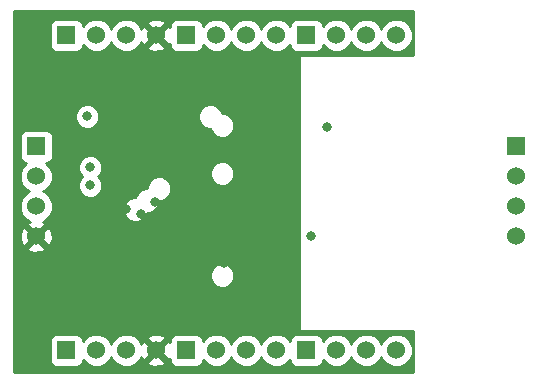
<source format=gbr>
G04 #@! TF.FileFunction,Copper,L3,Inr,Plane*
%FSLAX46Y46*%
G04 Gerber Fmt 4.6, Leading zero omitted, Abs format (unit mm)*
G04 Created by KiCad (PCBNEW (2015-01-16 BZR 5376)-product) date 25/06/2015 00:14:29*
%MOMM*%
G01*
G04 APERTURE LIST*
%ADD10C,0.150000*%
%ADD11R,1.524000X1.524000*%
%ADD12C,1.524000*%
%ADD13C,0.800100*%
%ADD14C,0.254000*%
G04 APERTURE END LIST*
D10*
D11*
X127000000Y-55118000D03*
D12*
X127000000Y-57658000D03*
X127000000Y-60198000D03*
X127000000Y-62738000D03*
D11*
X109220000Y-45720000D03*
D12*
X111760000Y-45720000D03*
X114300000Y-45720000D03*
X116840000Y-45720000D03*
D11*
X99060000Y-45720000D03*
D12*
X101600000Y-45720000D03*
X104140000Y-45720000D03*
X106680000Y-45720000D03*
D11*
X88900000Y-45720000D03*
D12*
X91440000Y-45720000D03*
X93980000Y-45720000D03*
X96520000Y-45720000D03*
D11*
X109220000Y-72390000D03*
D12*
X111760000Y-72390000D03*
X114300000Y-72390000D03*
X116840000Y-72390000D03*
D11*
X99060000Y-72390000D03*
D12*
X101600000Y-72390000D03*
X104140000Y-72390000D03*
X106680000Y-72390000D03*
D11*
X88900000Y-72390000D03*
D12*
X91440000Y-72390000D03*
X93980000Y-72390000D03*
X96520000Y-72390000D03*
D11*
X86360000Y-55118000D03*
D12*
X86360000Y-57658000D03*
X86360000Y-60198000D03*
X86360000Y-62738000D03*
D13*
X105029000Y-62484000D03*
X93980000Y-60452000D03*
X90932000Y-58420000D03*
X90932000Y-56896000D03*
X110998000Y-53467000D03*
X102235000Y-65024000D03*
X106807000Y-52324000D03*
X109601000Y-62738000D03*
X99695000Y-52578000D03*
X99695000Y-57404000D03*
X100965000Y-59817000D03*
X96393000Y-59817000D03*
X95250000Y-60833000D03*
X103632000Y-60960000D03*
X92571000Y-49669000D03*
X92202000Y-48260000D03*
X105537000Y-65786000D03*
X100203000Y-66802000D03*
X105791000Y-55499000D03*
X90043000Y-48260000D03*
X90678000Y-52578000D03*
X105664000Y-68961000D03*
X105664000Y-53213000D03*
D14*
G36*
X118237000Y-74246740D02*
X118234460Y-74246740D01*
X118234460Y-72666860D01*
X118234460Y-72113140D01*
X118021100Y-71600060D01*
X117629940Y-71208900D01*
X117116860Y-70995540D01*
X116563140Y-70995540D01*
X116050060Y-71208900D01*
X115658900Y-71600060D01*
X115570000Y-71813420D01*
X115481100Y-71600060D01*
X115089940Y-71208900D01*
X114576860Y-70995540D01*
X114023140Y-70995540D01*
X113510060Y-71208900D01*
X113118900Y-71600060D01*
X113030000Y-71813420D01*
X112941100Y-71600060D01*
X112549940Y-71208900D01*
X112036860Y-70995540D01*
X111483140Y-70995540D01*
X110970060Y-71208900D01*
X110614460Y-71564500D01*
X110614460Y-71503540D01*
X110517940Y-71269860D01*
X110340140Y-71092060D01*
X110109000Y-70995540D01*
X109857540Y-70995540D01*
X108333540Y-70995540D01*
X108099860Y-71092060D01*
X107922060Y-71269860D01*
X107825540Y-71501000D01*
X107825540Y-71564500D01*
X107469940Y-71208900D01*
X106956860Y-70995540D01*
X106403140Y-70995540D01*
X105890060Y-71208900D01*
X105498900Y-71600060D01*
X105410000Y-71813420D01*
X105321100Y-71600060D01*
X104929940Y-71208900D01*
X104416860Y-70995540D01*
X103863140Y-70995540D01*
X103350060Y-71208900D01*
X103139240Y-71419720D01*
X103139240Y-66245740D01*
X103139240Y-65836800D01*
X103139240Y-57609740D01*
X103139240Y-57200800D01*
X103139240Y-53545740D01*
X103139240Y-53136800D01*
X102981760Y-52758340D01*
X102694740Y-52466240D01*
X102313740Y-52308760D01*
X102095300Y-52308760D01*
X101965760Y-51996340D01*
X101678740Y-51704240D01*
X101297740Y-51546760D01*
X100888800Y-51546760D01*
X100510340Y-51704240D01*
X100218240Y-51991260D01*
X100060760Y-52372260D01*
X100060760Y-52781200D01*
X100218240Y-53159660D01*
X100505260Y-53451760D01*
X100886260Y-53609240D01*
X101102160Y-53609240D01*
X101234240Y-53921660D01*
X101521260Y-54213760D01*
X101902260Y-54371240D01*
X102311200Y-54371240D01*
X102689660Y-54213760D01*
X102981760Y-53926740D01*
X103139240Y-53545740D01*
X103139240Y-57200800D01*
X102981760Y-56822340D01*
X102694740Y-56530240D01*
X102313740Y-56372760D01*
X101904800Y-56372760D01*
X101526340Y-56530240D01*
X101234240Y-56817260D01*
X101076760Y-57198260D01*
X101076760Y-57607200D01*
X101234240Y-57985660D01*
X101521260Y-58277760D01*
X101902260Y-58435240D01*
X102311200Y-58435240D01*
X102689660Y-58277760D01*
X102981760Y-57990740D01*
X103139240Y-57609740D01*
X103139240Y-65836800D01*
X102981760Y-65458340D01*
X102694740Y-65166240D01*
X102313740Y-65008760D01*
X101904800Y-65008760D01*
X101526340Y-65166240D01*
X101234240Y-65453260D01*
X101076760Y-65834260D01*
X101076760Y-66243200D01*
X101234240Y-66621660D01*
X101521260Y-66913760D01*
X101902260Y-67071240D01*
X102311200Y-67071240D01*
X102689660Y-66913760D01*
X102981760Y-66626740D01*
X103139240Y-66245740D01*
X103139240Y-71419720D01*
X102958900Y-71600060D01*
X102870000Y-71813420D01*
X102781100Y-71600060D01*
X102389940Y-71208900D01*
X101876860Y-70995540D01*
X101323140Y-70995540D01*
X100810060Y-71208900D01*
X100454460Y-71564500D01*
X100454460Y-71503540D01*
X100357940Y-71269860D01*
X100180140Y-71092060D01*
X99949000Y-70995540D01*
X99697540Y-70995540D01*
X98173540Y-70995540D01*
X97939860Y-71092060D01*
X97805240Y-71226680D01*
X97805240Y-58879740D01*
X97805240Y-58470800D01*
X97647760Y-58092340D01*
X97360740Y-57800240D01*
X97302320Y-57774840D01*
X97302320Y-46680120D01*
X96520000Y-45900340D01*
X96339660Y-46078140D01*
X96339660Y-45720000D01*
X95559880Y-44937680D01*
X95321120Y-45006260D01*
X95260160Y-45171360D01*
X95161100Y-44930060D01*
X94769940Y-44538900D01*
X94256860Y-44325540D01*
X93703140Y-44325540D01*
X93190060Y-44538900D01*
X92798900Y-44930060D01*
X92710000Y-45143420D01*
X92621100Y-44930060D01*
X92229940Y-44538900D01*
X91716860Y-44325540D01*
X91163140Y-44325540D01*
X90650060Y-44538900D01*
X90294460Y-44894500D01*
X90294460Y-44833540D01*
X90197940Y-44599860D01*
X90020140Y-44422060D01*
X89789000Y-44325540D01*
X89537540Y-44325540D01*
X88013540Y-44325540D01*
X87779860Y-44422060D01*
X87602060Y-44599860D01*
X87505540Y-44831000D01*
X87505540Y-45082460D01*
X87505540Y-46606460D01*
X87602060Y-46840140D01*
X87779860Y-47017940D01*
X88011000Y-47114460D01*
X88262460Y-47114460D01*
X89786460Y-47114460D01*
X90020140Y-47017940D01*
X90197940Y-46840140D01*
X90294460Y-46609000D01*
X90294460Y-46545500D01*
X90650060Y-46901100D01*
X91163140Y-47114460D01*
X91716860Y-47114460D01*
X92229940Y-46901100D01*
X92621100Y-46509940D01*
X92710000Y-46294040D01*
X92798900Y-46509940D01*
X93190060Y-46901100D01*
X93703140Y-47114460D01*
X94256860Y-47114460D01*
X94769940Y-46901100D01*
X95161100Y-46509940D01*
X95255080Y-46276260D01*
X95321120Y-46433740D01*
X95559880Y-46502320D01*
X96339660Y-45720000D01*
X96339660Y-46078140D01*
X95737680Y-46680120D01*
X95806260Y-46918880D01*
X96319340Y-47099220D01*
X96860360Y-47071280D01*
X97233740Y-46918880D01*
X97302320Y-46680120D01*
X97302320Y-57774840D01*
X96979740Y-57642760D01*
X96570800Y-57642760D01*
X96192340Y-57800240D01*
X95900240Y-58087260D01*
X95742760Y-58468260D01*
X95742760Y-58658760D01*
X95554800Y-58658760D01*
X95176340Y-58816240D01*
X94884240Y-59103260D01*
X94752160Y-59420760D01*
X94538800Y-59420760D01*
X94160340Y-59578240D01*
X93868240Y-59865260D01*
X93710760Y-60246260D01*
X93710760Y-60655200D01*
X93868240Y-61033660D01*
X94155260Y-61325760D01*
X94536260Y-61483240D01*
X94945200Y-61483240D01*
X95323660Y-61325760D01*
X95615760Y-61038740D01*
X95745300Y-60721240D01*
X95961200Y-60721240D01*
X96339660Y-60563760D01*
X96631760Y-60276740D01*
X96789240Y-59895740D01*
X96789240Y-59705240D01*
X96977200Y-59705240D01*
X97355660Y-59547760D01*
X97647760Y-59260740D01*
X97805240Y-58879740D01*
X97805240Y-71226680D01*
X97762060Y-71269860D01*
X97665540Y-71501000D01*
X97665540Y-71658480D01*
X97480120Y-71607680D01*
X97302320Y-71785480D01*
X97302320Y-71429880D01*
X97233740Y-71191120D01*
X96720660Y-71010780D01*
X96179640Y-71038720D01*
X95806260Y-71191120D01*
X95737680Y-71429880D01*
X96520000Y-72209660D01*
X97302320Y-71429880D01*
X97302320Y-71785480D01*
X96700340Y-72390000D01*
X97480120Y-73172320D01*
X97665540Y-73118980D01*
X97665540Y-73276460D01*
X97762060Y-73510140D01*
X97939860Y-73687940D01*
X98171000Y-73784460D01*
X98422460Y-73784460D01*
X99946460Y-73784460D01*
X100180140Y-73687940D01*
X100357940Y-73510140D01*
X100454460Y-73279000D01*
X100454460Y-73215500D01*
X100810060Y-73571100D01*
X101323140Y-73784460D01*
X101876860Y-73784460D01*
X102389940Y-73571100D01*
X102781100Y-73179940D01*
X102870000Y-72964040D01*
X102958900Y-73179940D01*
X103350060Y-73571100D01*
X103863140Y-73784460D01*
X104416860Y-73784460D01*
X104929940Y-73571100D01*
X105321100Y-73179940D01*
X105410000Y-72964040D01*
X105498900Y-73179940D01*
X105890060Y-73571100D01*
X106403140Y-73784460D01*
X106956860Y-73784460D01*
X107469940Y-73571100D01*
X107825540Y-73215500D01*
X107825540Y-73276460D01*
X107922060Y-73510140D01*
X108099860Y-73687940D01*
X108331000Y-73784460D01*
X108582460Y-73784460D01*
X110106460Y-73784460D01*
X110340140Y-73687940D01*
X110517940Y-73510140D01*
X110614460Y-73279000D01*
X110614460Y-73215500D01*
X110970060Y-73571100D01*
X111483140Y-73784460D01*
X112036860Y-73784460D01*
X112549940Y-73571100D01*
X112941100Y-73179940D01*
X113030000Y-72964040D01*
X113118900Y-73179940D01*
X113510060Y-73571100D01*
X114023140Y-73784460D01*
X114576860Y-73784460D01*
X115089940Y-73571100D01*
X115481100Y-73179940D01*
X115570000Y-72964040D01*
X115658900Y-73179940D01*
X116050060Y-73571100D01*
X116563140Y-73784460D01*
X117116860Y-73784460D01*
X117629940Y-73571100D01*
X118021100Y-73179940D01*
X118234460Y-72666860D01*
X118234460Y-74246740D01*
X97302320Y-74246740D01*
X97302320Y-73350120D01*
X96520000Y-72570340D01*
X96339660Y-72748140D01*
X96339660Y-72390000D01*
X95559880Y-71607680D01*
X95321120Y-71676260D01*
X95260160Y-71841360D01*
X95161100Y-71600060D01*
X94769940Y-71208900D01*
X94256860Y-70995540D01*
X93703140Y-70995540D01*
X93190060Y-71208900D01*
X92798900Y-71600060D01*
X92710000Y-71813420D01*
X92621100Y-71600060D01*
X92229940Y-71208900D01*
X91963240Y-71097140D01*
X91963240Y-58625740D01*
X91963240Y-58216800D01*
X91805760Y-57838340D01*
X91627960Y-57655460D01*
X91805760Y-57482740D01*
X91963240Y-57101740D01*
X91963240Y-56692800D01*
X91805760Y-56314340D01*
X91709240Y-56215280D01*
X91709240Y-52783740D01*
X91709240Y-52374800D01*
X91551760Y-51996340D01*
X91264740Y-51704240D01*
X90883740Y-51546760D01*
X90474800Y-51546760D01*
X90096340Y-51704240D01*
X89804240Y-51991260D01*
X89646760Y-52372260D01*
X89646760Y-52781200D01*
X89804240Y-53159660D01*
X90091260Y-53451760D01*
X90472260Y-53609240D01*
X90881200Y-53609240D01*
X91259660Y-53451760D01*
X91551760Y-53164740D01*
X91709240Y-52783740D01*
X91709240Y-56215280D01*
X91518740Y-56022240D01*
X91137740Y-55864760D01*
X90728800Y-55864760D01*
X90350340Y-56022240D01*
X90058240Y-56309260D01*
X89900760Y-56690260D01*
X89900760Y-57099200D01*
X90058240Y-57477660D01*
X90233500Y-57658000D01*
X90058240Y-57833260D01*
X89900760Y-58214260D01*
X89900760Y-58623200D01*
X90058240Y-59001660D01*
X90345260Y-59293760D01*
X90726260Y-59451240D01*
X91135200Y-59451240D01*
X91513660Y-59293760D01*
X91805760Y-59006740D01*
X91963240Y-58625740D01*
X91963240Y-71097140D01*
X91716860Y-70995540D01*
X91163140Y-70995540D01*
X90650060Y-71208900D01*
X90294460Y-71564500D01*
X90294460Y-71503540D01*
X90197940Y-71269860D01*
X90020140Y-71092060D01*
X89789000Y-70995540D01*
X89537540Y-70995540D01*
X88013540Y-70995540D01*
X87779860Y-71092060D01*
X87754460Y-71117460D01*
X87754460Y-60474860D01*
X87754460Y-59921140D01*
X87541100Y-59408060D01*
X87149940Y-59016900D01*
X86934040Y-58928000D01*
X87149940Y-58839100D01*
X87541100Y-58447940D01*
X87754460Y-57934860D01*
X87754460Y-57381140D01*
X87541100Y-56868060D01*
X87185500Y-56512460D01*
X87246460Y-56512460D01*
X87480140Y-56415940D01*
X87657940Y-56238140D01*
X87754460Y-56007000D01*
X87754460Y-55755540D01*
X87754460Y-54231540D01*
X87657940Y-53997860D01*
X87480140Y-53820060D01*
X87249000Y-53723540D01*
X86997540Y-53723540D01*
X85473540Y-53723540D01*
X85239860Y-53820060D01*
X85062060Y-53997860D01*
X84965540Y-54229000D01*
X84965540Y-54480460D01*
X84965540Y-56004460D01*
X85062060Y-56238140D01*
X85239860Y-56415940D01*
X85471000Y-56512460D01*
X85534500Y-56512460D01*
X85178900Y-56868060D01*
X84965540Y-57381140D01*
X84965540Y-57934860D01*
X85178900Y-58447940D01*
X85570060Y-58839100D01*
X85783420Y-58928000D01*
X85570060Y-59016900D01*
X85178900Y-59408060D01*
X84965540Y-59921140D01*
X84965540Y-60474860D01*
X85178900Y-60987940D01*
X85570060Y-61379100D01*
X85801200Y-61473080D01*
X85646260Y-61539120D01*
X85577680Y-61777880D01*
X86360000Y-62557660D01*
X87142320Y-61777880D01*
X87073740Y-61539120D01*
X86906100Y-61478160D01*
X87149940Y-61379100D01*
X87541100Y-60987940D01*
X87754460Y-60474860D01*
X87754460Y-71117460D01*
X87739220Y-71132700D01*
X87739220Y-62938660D01*
X87711280Y-62397640D01*
X87558880Y-62024260D01*
X87320120Y-61955680D01*
X86540340Y-62738000D01*
X87320120Y-63520320D01*
X87558880Y-63451740D01*
X87739220Y-62938660D01*
X87739220Y-71132700D01*
X87602060Y-71269860D01*
X87505540Y-71501000D01*
X87505540Y-71752460D01*
X87505540Y-73276460D01*
X87602060Y-73510140D01*
X87779860Y-73687940D01*
X88011000Y-73784460D01*
X88262460Y-73784460D01*
X89786460Y-73784460D01*
X90020140Y-73687940D01*
X90197940Y-73510140D01*
X90294460Y-73279000D01*
X90294460Y-73215500D01*
X90650060Y-73571100D01*
X91163140Y-73784460D01*
X91716860Y-73784460D01*
X92229940Y-73571100D01*
X92621100Y-73179940D01*
X92710000Y-72964040D01*
X92798900Y-73179940D01*
X93190060Y-73571100D01*
X93703140Y-73784460D01*
X94256860Y-73784460D01*
X94769940Y-73571100D01*
X95161100Y-73179940D01*
X95255080Y-72946260D01*
X95321120Y-73103740D01*
X95559880Y-73172320D01*
X96339660Y-72390000D01*
X96339660Y-72748140D01*
X95737680Y-73350120D01*
X95806260Y-73588880D01*
X96319340Y-73769220D01*
X96860360Y-73741280D01*
X97233740Y-73588880D01*
X97302320Y-73350120D01*
X97302320Y-74246740D01*
X87142320Y-74246740D01*
X87142320Y-63698120D01*
X86360000Y-62918340D01*
X86179660Y-63096140D01*
X86179660Y-62738000D01*
X85399880Y-61955680D01*
X85161120Y-62024260D01*
X84980780Y-62537340D01*
X85008720Y-63078360D01*
X85161120Y-63451740D01*
X85399880Y-63520320D01*
X86179660Y-62738000D01*
X86179660Y-63096140D01*
X85577680Y-63698120D01*
X85646260Y-63936880D01*
X86159340Y-64117220D01*
X86700360Y-64089280D01*
X87073740Y-63936880D01*
X87142320Y-63698120D01*
X87142320Y-74246740D01*
X84503260Y-74246740D01*
X84503260Y-43609260D01*
X90932000Y-43609260D01*
X118237000Y-43609260D01*
X118237000Y-47371000D01*
X118234460Y-47371000D01*
X118234460Y-45996860D01*
X118234460Y-45443140D01*
X118021100Y-44930060D01*
X117629940Y-44538900D01*
X117116860Y-44325540D01*
X116563140Y-44325540D01*
X116050060Y-44538900D01*
X115658900Y-44930060D01*
X115570000Y-45143420D01*
X115481100Y-44930060D01*
X115089940Y-44538900D01*
X114576860Y-44325540D01*
X114023140Y-44325540D01*
X113510060Y-44538900D01*
X113118900Y-44930060D01*
X113030000Y-45143420D01*
X112941100Y-44930060D01*
X112549940Y-44538900D01*
X112036860Y-44325540D01*
X111483140Y-44325540D01*
X110970060Y-44538900D01*
X110614460Y-44894500D01*
X110614460Y-44833540D01*
X110517940Y-44599860D01*
X110340140Y-44422060D01*
X110109000Y-44325540D01*
X109857540Y-44325540D01*
X108333540Y-44325540D01*
X108099860Y-44422060D01*
X107922060Y-44599860D01*
X107825540Y-44831000D01*
X107825540Y-44894500D01*
X107469940Y-44538900D01*
X106956860Y-44325540D01*
X106403140Y-44325540D01*
X105890060Y-44538900D01*
X105498900Y-44930060D01*
X105410000Y-45143420D01*
X105321100Y-44930060D01*
X104929940Y-44538900D01*
X104416860Y-44325540D01*
X103863140Y-44325540D01*
X103350060Y-44538900D01*
X102958900Y-44930060D01*
X102870000Y-45143420D01*
X102781100Y-44930060D01*
X102389940Y-44538900D01*
X101876860Y-44325540D01*
X101323140Y-44325540D01*
X100810060Y-44538900D01*
X100454460Y-44894500D01*
X100454460Y-44833540D01*
X100357940Y-44599860D01*
X100180140Y-44422060D01*
X99949000Y-44325540D01*
X99697540Y-44325540D01*
X98173540Y-44325540D01*
X97939860Y-44422060D01*
X97762060Y-44599860D01*
X97665540Y-44831000D01*
X97665540Y-44988480D01*
X97480120Y-44937680D01*
X97302320Y-45115480D01*
X97302320Y-44759880D01*
X97233740Y-44521120D01*
X96720660Y-44340780D01*
X96179640Y-44368720D01*
X95806260Y-44521120D01*
X95737680Y-44759880D01*
X96520000Y-45539660D01*
X97302320Y-44759880D01*
X97302320Y-45115480D01*
X96700340Y-45720000D01*
X97480120Y-46502320D01*
X97665540Y-46448980D01*
X97665540Y-46606460D01*
X97762060Y-46840140D01*
X97939860Y-47017940D01*
X98171000Y-47114460D01*
X98422460Y-47114460D01*
X99946460Y-47114460D01*
X100180140Y-47017940D01*
X100357940Y-46840140D01*
X100454460Y-46609000D01*
X100454460Y-46545500D01*
X100810060Y-46901100D01*
X101323140Y-47114460D01*
X101876860Y-47114460D01*
X102389940Y-46901100D01*
X102781100Y-46509940D01*
X102870000Y-46294040D01*
X102958900Y-46509940D01*
X103350060Y-46901100D01*
X103863140Y-47114460D01*
X104416860Y-47114460D01*
X104929940Y-46901100D01*
X105321100Y-46509940D01*
X105410000Y-46294040D01*
X105498900Y-46509940D01*
X105890060Y-46901100D01*
X106403140Y-47114460D01*
X106956860Y-47114460D01*
X107469940Y-46901100D01*
X107825540Y-46545500D01*
X107825540Y-46606460D01*
X107922060Y-46840140D01*
X108099860Y-47017940D01*
X108331000Y-47114460D01*
X108582460Y-47114460D01*
X110106460Y-47114460D01*
X110340140Y-47017940D01*
X110517940Y-46840140D01*
X110614460Y-46609000D01*
X110614460Y-46545500D01*
X110970060Y-46901100D01*
X111483140Y-47114460D01*
X112036860Y-47114460D01*
X112549940Y-46901100D01*
X112941100Y-46509940D01*
X113030000Y-46294040D01*
X113118900Y-46509940D01*
X113510060Y-46901100D01*
X114023140Y-47114460D01*
X114576860Y-47114460D01*
X115089940Y-46901100D01*
X115481100Y-46509940D01*
X115570000Y-46294040D01*
X115658900Y-46509940D01*
X116050060Y-46901100D01*
X116563140Y-47114460D01*
X117116860Y-47114460D01*
X117629940Y-46901100D01*
X118021100Y-46509940D01*
X118234460Y-45996860D01*
X118234460Y-47371000D01*
X108585000Y-47371000D01*
X108585000Y-70739000D01*
X118237000Y-70739000D01*
X118237000Y-74246740D01*
X118237000Y-74246740D01*
G37*
X118237000Y-74246740D02*
X118234460Y-74246740D01*
X118234460Y-72666860D01*
X118234460Y-72113140D01*
X118021100Y-71600060D01*
X117629940Y-71208900D01*
X117116860Y-70995540D01*
X116563140Y-70995540D01*
X116050060Y-71208900D01*
X115658900Y-71600060D01*
X115570000Y-71813420D01*
X115481100Y-71600060D01*
X115089940Y-71208900D01*
X114576860Y-70995540D01*
X114023140Y-70995540D01*
X113510060Y-71208900D01*
X113118900Y-71600060D01*
X113030000Y-71813420D01*
X112941100Y-71600060D01*
X112549940Y-71208900D01*
X112036860Y-70995540D01*
X111483140Y-70995540D01*
X110970060Y-71208900D01*
X110614460Y-71564500D01*
X110614460Y-71503540D01*
X110517940Y-71269860D01*
X110340140Y-71092060D01*
X110109000Y-70995540D01*
X109857540Y-70995540D01*
X108333540Y-70995540D01*
X108099860Y-71092060D01*
X107922060Y-71269860D01*
X107825540Y-71501000D01*
X107825540Y-71564500D01*
X107469940Y-71208900D01*
X106956860Y-70995540D01*
X106403140Y-70995540D01*
X105890060Y-71208900D01*
X105498900Y-71600060D01*
X105410000Y-71813420D01*
X105321100Y-71600060D01*
X104929940Y-71208900D01*
X104416860Y-70995540D01*
X103863140Y-70995540D01*
X103350060Y-71208900D01*
X103139240Y-71419720D01*
X103139240Y-66245740D01*
X103139240Y-65836800D01*
X103139240Y-57609740D01*
X103139240Y-57200800D01*
X103139240Y-53545740D01*
X103139240Y-53136800D01*
X102981760Y-52758340D01*
X102694740Y-52466240D01*
X102313740Y-52308760D01*
X102095300Y-52308760D01*
X101965760Y-51996340D01*
X101678740Y-51704240D01*
X101297740Y-51546760D01*
X100888800Y-51546760D01*
X100510340Y-51704240D01*
X100218240Y-51991260D01*
X100060760Y-52372260D01*
X100060760Y-52781200D01*
X100218240Y-53159660D01*
X100505260Y-53451760D01*
X100886260Y-53609240D01*
X101102160Y-53609240D01*
X101234240Y-53921660D01*
X101521260Y-54213760D01*
X101902260Y-54371240D01*
X102311200Y-54371240D01*
X102689660Y-54213760D01*
X102981760Y-53926740D01*
X103139240Y-53545740D01*
X103139240Y-57200800D01*
X102981760Y-56822340D01*
X102694740Y-56530240D01*
X102313740Y-56372760D01*
X101904800Y-56372760D01*
X101526340Y-56530240D01*
X101234240Y-56817260D01*
X101076760Y-57198260D01*
X101076760Y-57607200D01*
X101234240Y-57985660D01*
X101521260Y-58277760D01*
X101902260Y-58435240D01*
X102311200Y-58435240D01*
X102689660Y-58277760D01*
X102981760Y-57990740D01*
X103139240Y-57609740D01*
X103139240Y-65836800D01*
X102981760Y-65458340D01*
X102694740Y-65166240D01*
X102313740Y-65008760D01*
X101904800Y-65008760D01*
X101526340Y-65166240D01*
X101234240Y-65453260D01*
X101076760Y-65834260D01*
X101076760Y-66243200D01*
X101234240Y-66621660D01*
X101521260Y-66913760D01*
X101902260Y-67071240D01*
X102311200Y-67071240D01*
X102689660Y-66913760D01*
X102981760Y-66626740D01*
X103139240Y-66245740D01*
X103139240Y-71419720D01*
X102958900Y-71600060D01*
X102870000Y-71813420D01*
X102781100Y-71600060D01*
X102389940Y-71208900D01*
X101876860Y-70995540D01*
X101323140Y-70995540D01*
X100810060Y-71208900D01*
X100454460Y-71564500D01*
X100454460Y-71503540D01*
X100357940Y-71269860D01*
X100180140Y-71092060D01*
X99949000Y-70995540D01*
X99697540Y-70995540D01*
X98173540Y-70995540D01*
X97939860Y-71092060D01*
X97805240Y-71226680D01*
X97805240Y-58879740D01*
X97805240Y-58470800D01*
X97647760Y-58092340D01*
X97360740Y-57800240D01*
X97302320Y-57774840D01*
X97302320Y-46680120D01*
X96520000Y-45900340D01*
X96339660Y-46078140D01*
X96339660Y-45720000D01*
X95559880Y-44937680D01*
X95321120Y-45006260D01*
X95260160Y-45171360D01*
X95161100Y-44930060D01*
X94769940Y-44538900D01*
X94256860Y-44325540D01*
X93703140Y-44325540D01*
X93190060Y-44538900D01*
X92798900Y-44930060D01*
X92710000Y-45143420D01*
X92621100Y-44930060D01*
X92229940Y-44538900D01*
X91716860Y-44325540D01*
X91163140Y-44325540D01*
X90650060Y-44538900D01*
X90294460Y-44894500D01*
X90294460Y-44833540D01*
X90197940Y-44599860D01*
X90020140Y-44422060D01*
X89789000Y-44325540D01*
X89537540Y-44325540D01*
X88013540Y-44325540D01*
X87779860Y-44422060D01*
X87602060Y-44599860D01*
X87505540Y-44831000D01*
X87505540Y-45082460D01*
X87505540Y-46606460D01*
X87602060Y-46840140D01*
X87779860Y-47017940D01*
X88011000Y-47114460D01*
X88262460Y-47114460D01*
X89786460Y-47114460D01*
X90020140Y-47017940D01*
X90197940Y-46840140D01*
X90294460Y-46609000D01*
X90294460Y-46545500D01*
X90650060Y-46901100D01*
X91163140Y-47114460D01*
X91716860Y-47114460D01*
X92229940Y-46901100D01*
X92621100Y-46509940D01*
X92710000Y-46294040D01*
X92798900Y-46509940D01*
X93190060Y-46901100D01*
X93703140Y-47114460D01*
X94256860Y-47114460D01*
X94769940Y-46901100D01*
X95161100Y-46509940D01*
X95255080Y-46276260D01*
X95321120Y-46433740D01*
X95559880Y-46502320D01*
X96339660Y-45720000D01*
X96339660Y-46078140D01*
X95737680Y-46680120D01*
X95806260Y-46918880D01*
X96319340Y-47099220D01*
X96860360Y-47071280D01*
X97233740Y-46918880D01*
X97302320Y-46680120D01*
X97302320Y-57774840D01*
X96979740Y-57642760D01*
X96570800Y-57642760D01*
X96192340Y-57800240D01*
X95900240Y-58087260D01*
X95742760Y-58468260D01*
X95742760Y-58658760D01*
X95554800Y-58658760D01*
X95176340Y-58816240D01*
X94884240Y-59103260D01*
X94752160Y-59420760D01*
X94538800Y-59420760D01*
X94160340Y-59578240D01*
X93868240Y-59865260D01*
X93710760Y-60246260D01*
X93710760Y-60655200D01*
X93868240Y-61033660D01*
X94155260Y-61325760D01*
X94536260Y-61483240D01*
X94945200Y-61483240D01*
X95323660Y-61325760D01*
X95615760Y-61038740D01*
X95745300Y-60721240D01*
X95961200Y-60721240D01*
X96339660Y-60563760D01*
X96631760Y-60276740D01*
X96789240Y-59895740D01*
X96789240Y-59705240D01*
X96977200Y-59705240D01*
X97355660Y-59547760D01*
X97647760Y-59260740D01*
X97805240Y-58879740D01*
X97805240Y-71226680D01*
X97762060Y-71269860D01*
X97665540Y-71501000D01*
X97665540Y-71658480D01*
X97480120Y-71607680D01*
X97302320Y-71785480D01*
X97302320Y-71429880D01*
X97233740Y-71191120D01*
X96720660Y-71010780D01*
X96179640Y-71038720D01*
X95806260Y-71191120D01*
X95737680Y-71429880D01*
X96520000Y-72209660D01*
X97302320Y-71429880D01*
X97302320Y-71785480D01*
X96700340Y-72390000D01*
X97480120Y-73172320D01*
X97665540Y-73118980D01*
X97665540Y-73276460D01*
X97762060Y-73510140D01*
X97939860Y-73687940D01*
X98171000Y-73784460D01*
X98422460Y-73784460D01*
X99946460Y-73784460D01*
X100180140Y-73687940D01*
X100357940Y-73510140D01*
X100454460Y-73279000D01*
X100454460Y-73215500D01*
X100810060Y-73571100D01*
X101323140Y-73784460D01*
X101876860Y-73784460D01*
X102389940Y-73571100D01*
X102781100Y-73179940D01*
X102870000Y-72964040D01*
X102958900Y-73179940D01*
X103350060Y-73571100D01*
X103863140Y-73784460D01*
X104416860Y-73784460D01*
X104929940Y-73571100D01*
X105321100Y-73179940D01*
X105410000Y-72964040D01*
X105498900Y-73179940D01*
X105890060Y-73571100D01*
X106403140Y-73784460D01*
X106956860Y-73784460D01*
X107469940Y-73571100D01*
X107825540Y-73215500D01*
X107825540Y-73276460D01*
X107922060Y-73510140D01*
X108099860Y-73687940D01*
X108331000Y-73784460D01*
X108582460Y-73784460D01*
X110106460Y-73784460D01*
X110340140Y-73687940D01*
X110517940Y-73510140D01*
X110614460Y-73279000D01*
X110614460Y-73215500D01*
X110970060Y-73571100D01*
X111483140Y-73784460D01*
X112036860Y-73784460D01*
X112549940Y-73571100D01*
X112941100Y-73179940D01*
X113030000Y-72964040D01*
X113118900Y-73179940D01*
X113510060Y-73571100D01*
X114023140Y-73784460D01*
X114576860Y-73784460D01*
X115089940Y-73571100D01*
X115481100Y-73179940D01*
X115570000Y-72964040D01*
X115658900Y-73179940D01*
X116050060Y-73571100D01*
X116563140Y-73784460D01*
X117116860Y-73784460D01*
X117629940Y-73571100D01*
X118021100Y-73179940D01*
X118234460Y-72666860D01*
X118234460Y-74246740D01*
X97302320Y-74246740D01*
X97302320Y-73350120D01*
X96520000Y-72570340D01*
X96339660Y-72748140D01*
X96339660Y-72390000D01*
X95559880Y-71607680D01*
X95321120Y-71676260D01*
X95260160Y-71841360D01*
X95161100Y-71600060D01*
X94769940Y-71208900D01*
X94256860Y-70995540D01*
X93703140Y-70995540D01*
X93190060Y-71208900D01*
X92798900Y-71600060D01*
X92710000Y-71813420D01*
X92621100Y-71600060D01*
X92229940Y-71208900D01*
X91963240Y-71097140D01*
X91963240Y-58625740D01*
X91963240Y-58216800D01*
X91805760Y-57838340D01*
X91627960Y-57655460D01*
X91805760Y-57482740D01*
X91963240Y-57101740D01*
X91963240Y-56692800D01*
X91805760Y-56314340D01*
X91709240Y-56215280D01*
X91709240Y-52783740D01*
X91709240Y-52374800D01*
X91551760Y-51996340D01*
X91264740Y-51704240D01*
X90883740Y-51546760D01*
X90474800Y-51546760D01*
X90096340Y-51704240D01*
X89804240Y-51991260D01*
X89646760Y-52372260D01*
X89646760Y-52781200D01*
X89804240Y-53159660D01*
X90091260Y-53451760D01*
X90472260Y-53609240D01*
X90881200Y-53609240D01*
X91259660Y-53451760D01*
X91551760Y-53164740D01*
X91709240Y-52783740D01*
X91709240Y-56215280D01*
X91518740Y-56022240D01*
X91137740Y-55864760D01*
X90728800Y-55864760D01*
X90350340Y-56022240D01*
X90058240Y-56309260D01*
X89900760Y-56690260D01*
X89900760Y-57099200D01*
X90058240Y-57477660D01*
X90233500Y-57658000D01*
X90058240Y-57833260D01*
X89900760Y-58214260D01*
X89900760Y-58623200D01*
X90058240Y-59001660D01*
X90345260Y-59293760D01*
X90726260Y-59451240D01*
X91135200Y-59451240D01*
X91513660Y-59293760D01*
X91805760Y-59006740D01*
X91963240Y-58625740D01*
X91963240Y-71097140D01*
X91716860Y-70995540D01*
X91163140Y-70995540D01*
X90650060Y-71208900D01*
X90294460Y-71564500D01*
X90294460Y-71503540D01*
X90197940Y-71269860D01*
X90020140Y-71092060D01*
X89789000Y-70995540D01*
X89537540Y-70995540D01*
X88013540Y-70995540D01*
X87779860Y-71092060D01*
X87754460Y-71117460D01*
X87754460Y-60474860D01*
X87754460Y-59921140D01*
X87541100Y-59408060D01*
X87149940Y-59016900D01*
X86934040Y-58928000D01*
X87149940Y-58839100D01*
X87541100Y-58447940D01*
X87754460Y-57934860D01*
X87754460Y-57381140D01*
X87541100Y-56868060D01*
X87185500Y-56512460D01*
X87246460Y-56512460D01*
X87480140Y-56415940D01*
X87657940Y-56238140D01*
X87754460Y-56007000D01*
X87754460Y-55755540D01*
X87754460Y-54231540D01*
X87657940Y-53997860D01*
X87480140Y-53820060D01*
X87249000Y-53723540D01*
X86997540Y-53723540D01*
X85473540Y-53723540D01*
X85239860Y-53820060D01*
X85062060Y-53997860D01*
X84965540Y-54229000D01*
X84965540Y-54480460D01*
X84965540Y-56004460D01*
X85062060Y-56238140D01*
X85239860Y-56415940D01*
X85471000Y-56512460D01*
X85534500Y-56512460D01*
X85178900Y-56868060D01*
X84965540Y-57381140D01*
X84965540Y-57934860D01*
X85178900Y-58447940D01*
X85570060Y-58839100D01*
X85783420Y-58928000D01*
X85570060Y-59016900D01*
X85178900Y-59408060D01*
X84965540Y-59921140D01*
X84965540Y-60474860D01*
X85178900Y-60987940D01*
X85570060Y-61379100D01*
X85801200Y-61473080D01*
X85646260Y-61539120D01*
X85577680Y-61777880D01*
X86360000Y-62557660D01*
X87142320Y-61777880D01*
X87073740Y-61539120D01*
X86906100Y-61478160D01*
X87149940Y-61379100D01*
X87541100Y-60987940D01*
X87754460Y-60474860D01*
X87754460Y-71117460D01*
X87739220Y-71132700D01*
X87739220Y-62938660D01*
X87711280Y-62397640D01*
X87558880Y-62024260D01*
X87320120Y-61955680D01*
X86540340Y-62738000D01*
X87320120Y-63520320D01*
X87558880Y-63451740D01*
X87739220Y-62938660D01*
X87739220Y-71132700D01*
X87602060Y-71269860D01*
X87505540Y-71501000D01*
X87505540Y-71752460D01*
X87505540Y-73276460D01*
X87602060Y-73510140D01*
X87779860Y-73687940D01*
X88011000Y-73784460D01*
X88262460Y-73784460D01*
X89786460Y-73784460D01*
X90020140Y-73687940D01*
X90197940Y-73510140D01*
X90294460Y-73279000D01*
X90294460Y-73215500D01*
X90650060Y-73571100D01*
X91163140Y-73784460D01*
X91716860Y-73784460D01*
X92229940Y-73571100D01*
X92621100Y-73179940D01*
X92710000Y-72964040D01*
X92798900Y-73179940D01*
X93190060Y-73571100D01*
X93703140Y-73784460D01*
X94256860Y-73784460D01*
X94769940Y-73571100D01*
X95161100Y-73179940D01*
X95255080Y-72946260D01*
X95321120Y-73103740D01*
X95559880Y-73172320D01*
X96339660Y-72390000D01*
X96339660Y-72748140D01*
X95737680Y-73350120D01*
X95806260Y-73588880D01*
X96319340Y-73769220D01*
X96860360Y-73741280D01*
X97233740Y-73588880D01*
X97302320Y-73350120D01*
X97302320Y-74246740D01*
X87142320Y-74246740D01*
X87142320Y-63698120D01*
X86360000Y-62918340D01*
X86179660Y-63096140D01*
X86179660Y-62738000D01*
X85399880Y-61955680D01*
X85161120Y-62024260D01*
X84980780Y-62537340D01*
X85008720Y-63078360D01*
X85161120Y-63451740D01*
X85399880Y-63520320D01*
X86179660Y-62738000D01*
X86179660Y-63096140D01*
X85577680Y-63698120D01*
X85646260Y-63936880D01*
X86159340Y-64117220D01*
X86700360Y-64089280D01*
X87073740Y-63936880D01*
X87142320Y-63698120D01*
X87142320Y-74246740D01*
X84503260Y-74246740D01*
X84503260Y-43609260D01*
X90932000Y-43609260D01*
X118237000Y-43609260D01*
X118237000Y-47371000D01*
X118234460Y-47371000D01*
X118234460Y-45996860D01*
X118234460Y-45443140D01*
X118021100Y-44930060D01*
X117629940Y-44538900D01*
X117116860Y-44325540D01*
X116563140Y-44325540D01*
X116050060Y-44538900D01*
X115658900Y-44930060D01*
X115570000Y-45143420D01*
X115481100Y-44930060D01*
X115089940Y-44538900D01*
X114576860Y-44325540D01*
X114023140Y-44325540D01*
X113510060Y-44538900D01*
X113118900Y-44930060D01*
X113030000Y-45143420D01*
X112941100Y-44930060D01*
X112549940Y-44538900D01*
X112036860Y-44325540D01*
X111483140Y-44325540D01*
X110970060Y-44538900D01*
X110614460Y-44894500D01*
X110614460Y-44833540D01*
X110517940Y-44599860D01*
X110340140Y-44422060D01*
X110109000Y-44325540D01*
X109857540Y-44325540D01*
X108333540Y-44325540D01*
X108099860Y-44422060D01*
X107922060Y-44599860D01*
X107825540Y-44831000D01*
X107825540Y-44894500D01*
X107469940Y-44538900D01*
X106956860Y-44325540D01*
X106403140Y-44325540D01*
X105890060Y-44538900D01*
X105498900Y-44930060D01*
X105410000Y-45143420D01*
X105321100Y-44930060D01*
X104929940Y-44538900D01*
X104416860Y-44325540D01*
X103863140Y-44325540D01*
X103350060Y-44538900D01*
X102958900Y-44930060D01*
X102870000Y-45143420D01*
X102781100Y-44930060D01*
X102389940Y-44538900D01*
X101876860Y-44325540D01*
X101323140Y-44325540D01*
X100810060Y-44538900D01*
X100454460Y-44894500D01*
X100454460Y-44833540D01*
X100357940Y-44599860D01*
X100180140Y-44422060D01*
X99949000Y-44325540D01*
X99697540Y-44325540D01*
X98173540Y-44325540D01*
X97939860Y-44422060D01*
X97762060Y-44599860D01*
X97665540Y-44831000D01*
X97665540Y-44988480D01*
X97480120Y-44937680D01*
X97302320Y-45115480D01*
X97302320Y-44759880D01*
X97233740Y-44521120D01*
X96720660Y-44340780D01*
X96179640Y-44368720D01*
X95806260Y-44521120D01*
X95737680Y-44759880D01*
X96520000Y-45539660D01*
X97302320Y-44759880D01*
X97302320Y-45115480D01*
X96700340Y-45720000D01*
X97480120Y-46502320D01*
X97665540Y-46448980D01*
X97665540Y-46606460D01*
X97762060Y-46840140D01*
X97939860Y-47017940D01*
X98171000Y-47114460D01*
X98422460Y-47114460D01*
X99946460Y-47114460D01*
X100180140Y-47017940D01*
X100357940Y-46840140D01*
X100454460Y-46609000D01*
X100454460Y-46545500D01*
X100810060Y-46901100D01*
X101323140Y-47114460D01*
X101876860Y-47114460D01*
X102389940Y-46901100D01*
X102781100Y-46509940D01*
X102870000Y-46294040D01*
X102958900Y-46509940D01*
X103350060Y-46901100D01*
X103863140Y-47114460D01*
X104416860Y-47114460D01*
X104929940Y-46901100D01*
X105321100Y-46509940D01*
X105410000Y-46294040D01*
X105498900Y-46509940D01*
X105890060Y-46901100D01*
X106403140Y-47114460D01*
X106956860Y-47114460D01*
X107469940Y-46901100D01*
X107825540Y-46545500D01*
X107825540Y-46606460D01*
X107922060Y-46840140D01*
X108099860Y-47017940D01*
X108331000Y-47114460D01*
X108582460Y-47114460D01*
X110106460Y-47114460D01*
X110340140Y-47017940D01*
X110517940Y-46840140D01*
X110614460Y-46609000D01*
X110614460Y-46545500D01*
X110970060Y-46901100D01*
X111483140Y-47114460D01*
X112036860Y-47114460D01*
X112549940Y-46901100D01*
X112941100Y-46509940D01*
X113030000Y-46294040D01*
X113118900Y-46509940D01*
X113510060Y-46901100D01*
X114023140Y-47114460D01*
X114576860Y-47114460D01*
X115089940Y-46901100D01*
X115481100Y-46509940D01*
X115570000Y-46294040D01*
X115658900Y-46509940D01*
X116050060Y-46901100D01*
X116563140Y-47114460D01*
X117116860Y-47114460D01*
X117629940Y-46901100D01*
X118021100Y-46509940D01*
X118234460Y-45996860D01*
X118234460Y-47371000D01*
X108585000Y-47371000D01*
X108585000Y-70739000D01*
X118237000Y-70739000D01*
X118237000Y-74246740D01*
M02*

</source>
